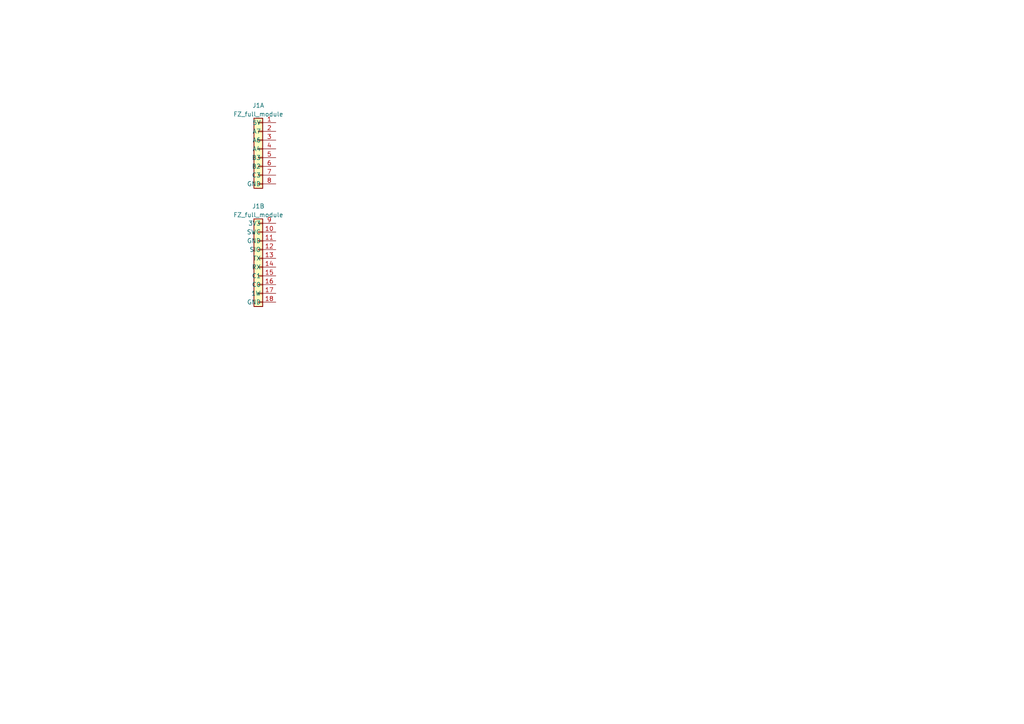
<source format=kicad_sch>
(kicad_sch (version 20211123) (generator eeschema)

  (uuid 7f64d708-c592-40d6-9d7c-399da67776e1)

  (paper "A4")

  (lib_symbols
    (symbol "Flipper zero modules:FZ_full_module" (in_bom yes) (on_board yes)
      (property "Reference" "J1" (id 0) (at -1.27 17.78 0)
        (effects (font (size 1.27 1.27)) (justify left))
      )
      (property "Value" "FZ_full_module" (id 1) (at -6.35 15.24 0)
        (effects (font (size 1.27 1.27)) (justify left))
      )
      (property "Footprint" "Flipper modules:FZ full module" (id 2) (at 0 20.32 0)
        (effects (font (size 1.27 1.27)) hide)
      )
      (property "Datasheet" "" (id 3) (at 0 0 0)
        (effects (font (size 1.27 1.27)) hide)
      )
      (property "ki_locked" "" (id 4) (at 0 0 0)
        (effects (font (size 1.27 1.27)))
      )
      (symbol "FZ_full_module_1_1"
        (rectangle (start -1.27 -10.033) (end 0 -10.287)
          (stroke (width 0.1524) (type default) (color 0 0 0 0))
          (fill (type none))
        )
        (rectangle (start -1.27 -7.493) (end 0 -7.747)
          (stroke (width 0.1524) (type default) (color 0 0 0 0))
          (fill (type none))
        )
        (rectangle (start -1.27 -4.953) (end 0 -5.207)
          (stroke (width 0.1524) (type default) (color 0 0 0 0))
          (fill (type none))
        )
        (rectangle (start -1.27 -2.413) (end 0 -2.667)
          (stroke (width 0.1524) (type default) (color 0 0 0 0))
          (fill (type none))
        )
        (rectangle (start -1.27 0.127) (end 0 -0.127)
          (stroke (width 0.1524) (type default) (color 0 0 0 0))
          (fill (type none))
        )
        (rectangle (start -1.27 2.667) (end 0 2.413)
          (stroke (width 0.1524) (type default) (color 0 0 0 0))
          (fill (type none))
        )
        (rectangle (start -1.27 5.207) (end 0 4.953)
          (stroke (width 0.1524) (type default) (color 0 0 0 0))
          (fill (type none))
        )
        (rectangle (start -1.27 7.747) (end 0 7.493)
          (stroke (width 0.1524) (type default) (color 0 0 0 0))
          (fill (type none))
        )
        (rectangle (start -1.27 8.89) (end 1.27 -11.43)
          (stroke (width 0.254) (type default) (color 0 0 0 0))
          (fill (type background))
        )
        (pin power_out line (at -5.08 7.62 0) (length 3.81)
          (name "5V" (effects (font (size 1.27 1.27))))
          (number "1" (effects (font (size 1.27 1.27))))
        )
        (pin passive line (at -5.08 5.08 0) (length 3.81)
          (name "A7" (effects (font (size 1.27 1.27))))
          (number "2" (effects (font (size 1.27 1.27))))
        )
        (pin passive line (at -5.08 2.54 0) (length 3.81)
          (name "A6" (effects (font (size 1.27 1.27))))
          (number "3" (effects (font (size 1.27 1.27))))
        )
        (pin passive line (at -5.08 0 0) (length 3.81)
          (name "A4" (effects (font (size 1.27 1.27))))
          (number "4" (effects (font (size 1.27 1.27))))
        )
        (pin passive line (at -5.08 -2.54 0) (length 3.81)
          (name "B3" (effects (font (size 1.27 1.27))))
          (number "5" (effects (font (size 1.27 1.27))))
        )
        (pin passive line (at -5.08 -5.08 0) (length 3.81)
          (name "B2" (effects (font (size 1.27 1.27))))
          (number "6" (effects (font (size 1.27 1.27))))
        )
        (pin passive line (at -5.08 -7.62 0) (length 3.81)
          (name "C3" (effects (font (size 1.27 1.27))))
          (number "7" (effects (font (size 1.27 1.27))))
        )
        (pin power_in line (at -5.08 -10.16 0) (length 3.81)
          (name "GND" (effects (font (size 1.27 1.27))))
          (number "8" (effects (font (size 1.27 1.27))))
        )
      )
      (symbol "FZ_full_module_2_1"
        (rectangle (start -1.27 -11.303) (end 0 -11.557)
          (stroke (width 0.1524) (type default) (color 0 0 0 0))
          (fill (type none))
        )
        (rectangle (start -1.27 -8.763) (end 0 -9.017)
          (stroke (width 0.1524) (type default) (color 0 0 0 0))
          (fill (type none))
        )
        (rectangle (start -1.27 -6.223) (end 0 -6.477)
          (stroke (width 0.1524) (type default) (color 0 0 0 0))
          (fill (type none))
        )
        (rectangle (start -1.27 -3.683) (end 0 -3.937)
          (stroke (width 0.1524) (type default) (color 0 0 0 0))
          (fill (type none))
        )
        (rectangle (start -1.27 -1.143) (end 0 -1.397)
          (stroke (width 0.1524) (type default) (color 0 0 0 0))
          (fill (type none))
        )
        (rectangle (start -1.27 1.397) (end 0 1.143)
          (stroke (width 0.1524) (type default) (color 0 0 0 0))
          (fill (type none))
        )
        (rectangle (start -1.27 3.937) (end 0 3.683)
          (stroke (width 0.1524) (type default) (color 0 0 0 0))
          (fill (type none))
        )
        (rectangle (start -1.27 6.477) (end 0 6.223)
          (stroke (width 0.1524) (type default) (color 0 0 0 0))
          (fill (type none))
        )
        (rectangle (start -1.27 9.017) (end 0 8.763)
          (stroke (width 0.1524) (type default) (color 0 0 0 0))
          (fill (type none))
        )
        (rectangle (start -1.27 11.557) (end 0 11.303)
          (stroke (width 0.1524) (type default) (color 0 0 0 0))
          (fill (type none))
        )
        (rectangle (start -1.27 12.7) (end 1.27 -12.7)
          (stroke (width 0.254) (type default) (color 0 0 0 0))
          (fill (type background))
        )
        (pin passive line (at -5.08 8.89 0) (length 3.81)
          (name "SWC" (effects (font (size 1.27 1.27))))
          (number "10" (effects (font (size 1.27 1.27))))
        )
        (pin passive line (at -5.08 6.35 0) (length 3.81)
          (name "GND" (effects (font (size 1.27 1.27))))
          (number "11" (effects (font (size 1.27 1.27))))
        )
        (pin passive line (at -5.08 3.81 0) (length 3.81)
          (name "SIO" (effects (font (size 1.27 1.27))))
          (number "12" (effects (font (size 1.27 1.27))))
        )
        (pin passive line (at -5.08 1.27 0) (length 3.81)
          (name "TX" (effects (font (size 1.27 1.27))))
          (number "13" (effects (font (size 1.27 1.27))))
        )
        (pin passive line (at -5.08 -1.27 0) (length 3.81)
          (name "RX" (effects (font (size 1.27 1.27))))
          (number "14" (effects (font (size 1.27 1.27))))
        )
        (pin passive line (at -5.08 -3.81 0) (length 3.81)
          (name "C1" (effects (font (size 1.27 1.27))))
          (number "15" (effects (font (size 1.27 1.27))))
        )
        (pin passive line (at -5.08 -6.35 0) (length 3.81)
          (name "C0" (effects (font (size 1.27 1.27))))
          (number "16" (effects (font (size 1.27 1.27))))
        )
        (pin passive line (at -5.08 -8.89 0) (length 3.81)
          (name "1W" (effects (font (size 1.27 1.27))))
          (number "17" (effects (font (size 1.27 1.27))))
        )
        (pin passive line (at -5.08 -11.43 0) (length 3.81)
          (name "GND" (effects (font (size 1.27 1.27))))
          (number "18" (effects (font (size 1.27 1.27))))
        )
        (pin power_out line (at -5.08 11.43 0) (length 3.81)
          (name "3V3" (effects (font (size 1.27 1.27))))
          (number "9" (effects (font (size 1.27 1.27))))
        )
      )
    )
  )


  (symbol (lib_id "Flipper zero modules:FZ_full_module") (at 74.93 43.18 0) (mirror y) (unit 1)
    (in_bom yes) (on_board yes) (fields_autoplaced)
    (uuid 2c8de8df-a13d-44ca-847c-08d65a18f56d)
    (property "Reference" "J1" (id 0) (at 74.93 30.5902 0))
    (property "Value" "FZ_full_module" (id 1) (at 74.93 33.1271 0))
    (property "Footprint" "Flipper modules:FZ full module" (id 2) (at 74.93 22.86 0)
      (effects (font (size 1.27 1.27)) hide)
    )
    (property "Datasheet" "" (id 3) (at 74.93 43.18 0)
      (effects (font (size 1.27 1.27)) hide)
    )
    (pin "1" (uuid adde6d94-cc69-4e28-b77e-4b68a1938d22))
    (pin "2" (uuid f64e233b-35c9-4ae1-820b-08c0277717fc))
    (pin "3" (uuid 3208a68e-8a63-4178-a179-c1438793a0e6))
    (pin "4" (uuid e6c1dcfb-24a9-46d3-aa53-50bec83ef64b))
    (pin "5" (uuid a226d2f6-ff9e-4486-9090-d17c4a6e6895))
    (pin "6" (uuid ce32a980-6cf0-47a9-811f-e15216e948e7))
    (pin "7" (uuid a9678435-78cb-4eae-a827-d11bccb9b5b7))
    (pin "8" (uuid 61452ba1-711c-42d2-9121-f465eb0f0ea9))
    (pin "10" (uuid 7de05c45-e7c1-4d29-b7ff-fc174c1f041b))
    (pin "11" (uuid a8c00c3d-e35c-482b-8b26-a269c0f07143))
    (pin "12" (uuid 1aef89d5-fbaa-4a6e-b457-393d47b76146))
    (pin "13" (uuid b80c504c-638f-43ee-b259-c1fa3bf81309))
    (pin "14" (uuid 720ba40b-1699-4446-a55b-a22b73f668c7))
    (pin "15" (uuid 533e95f0-0456-4ab3-bc9a-1d2163b11eff))
    (pin "16" (uuid b1234832-184b-421a-be63-edec48fa176e))
    (pin "17" (uuid d9dd92ff-8b2e-410c-9fe0-5f8a5bd37854))
    (pin "18" (uuid 313ca219-92e4-4d23-95ac-d6a3d7ddbc48))
    (pin "9" (uuid db103b88-a5d5-4f47-8a5f-74c39708a55f))
  )

  (symbol (lib_id "Flipper zero modules:FZ_full_module") (at 74.93 76.2 0) (mirror y) (unit 2)
    (in_bom yes) (on_board yes) (fields_autoplaced)
    (uuid b1f47d95-c902-4138-8e2d-b06239338ddc)
    (property "Reference" "J1" (id 0) (at 74.93 59.8002 0))
    (property "Value" "FZ_full_module" (id 1) (at 74.93 62.3371 0))
    (property "Footprint" "Flipper modules:FZ full module" (id 2) (at 74.93 55.88 0)
      (effects (font (size 1.27 1.27)) hide)
    )
    (property "Datasheet" "" (id 3) (at 74.93 76.2 0)
      (effects (font (size 1.27 1.27)) hide)
    )
    (pin "1" (uuid 3e5da4ad-0ed3-4b4a-b252-e91e2db0a572))
    (pin "2" (uuid 213d63d0-01de-456f-8bed-6e55b7f8a190))
    (pin "3" (uuid b82d4c2b-8f6a-450f-b701-aba789fe71f3))
    (pin "4" (uuid 1da5a071-27e1-40c7-9ed0-ad786432d783))
    (pin "5" (uuid b290d264-b05c-4ab8-ae7b-1256e292517d))
    (pin "6" (uuid 6ed54097-b9a7-410a-b0b2-62f97d6007a8))
    (pin "7" (uuid 454bc5e9-d486-4523-855f-062be3a73243))
    (pin "8" (uuid 94d72afe-73ee-4057-8c71-7f599eaa0f26))
    (pin "10" (uuid b1a8c1d6-54ea-4a52-8785-6ad4eb325929))
    (pin "11" (uuid 3f6e3282-286c-4d27-9bee-429de03ce7bf))
    (pin "12" (uuid 3b08a39f-0c6f-45d7-bda3-2129c78d8daa))
    (pin "13" (uuid 3032dec9-43bd-4af1-aab0-0fa8c31a00d6))
    (pin "14" (uuid c51afbb6-31f8-4742-ba9d-10477328300d))
    (pin "15" (uuid 500def11-8c34-487c-b63d-7a4bc3a9df2b))
    (pin "16" (uuid 3f247db0-3cfb-430d-b411-67272bdd600d))
    (pin "17" (uuid f175431b-2180-4e1d-9f0d-5dab9969b4a9))
    (pin "18" (uuid cabf90b4-3a45-4f5e-8b19-2aa9f65f9a14))
    (pin "9" (uuid 9ce4853f-8912-4569-b4e9-6c5794ed1d25))
  )

  (sheet_instances
    (path "/" (page "1"))
  )

  (symbol_instances
    (path "/2c8de8df-a13d-44ca-847c-08d65a18f56d"
      (reference "J1") (unit 1) (value "FZ_full_module") (footprint "Flipper modules:FZ full module")
    )
    (path "/b1f47d95-c902-4138-8e2d-b06239338ddc"
      (reference "J1") (unit 2) (value "FZ_full_module") (footprint "Flipper modules:FZ full module")
    )
  )
)

</source>
